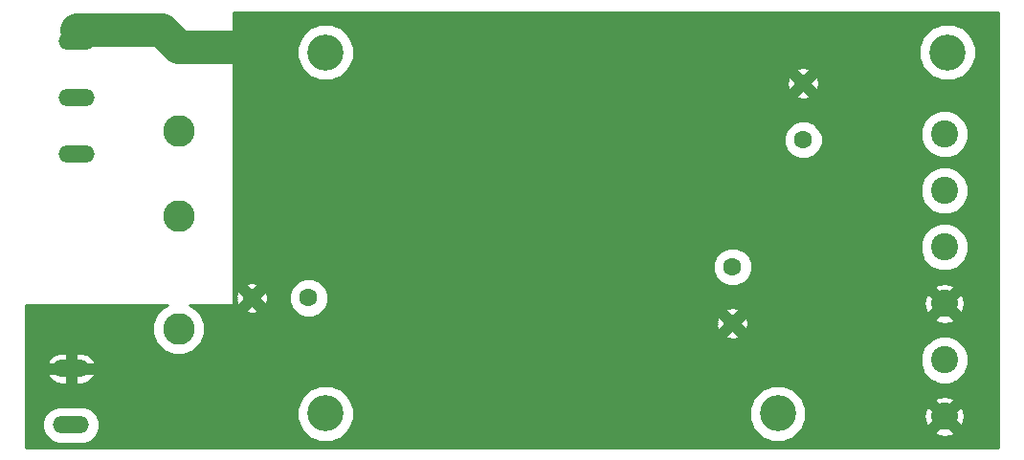
<source format=gbl>
G04 (created by PCBNEW-RS274X (2010-03-14)-final) date Tue 10 Jan 2012 23:21:23 GMT*
G01*
G70*
G90*
%MOIN*%
G04 Gerber Fmt 3.4, Leading zero omitted, Abs format*
%FSLAX34Y34*%
G04 APERTURE LIST*
%ADD10C,0.006000*%
%ADD11C,0.063000*%
%ADD12C,0.094500*%
%ADD13O,0.126000X0.059100*%
%ADD14C,0.126000*%
%ADD15C,0.110200*%
%ADD16C,0.059100*%
%ADD17C,0.118100*%
%ADD18C,0.039400*%
%ADD19C,0.010000*%
G04 APERTURE END LIST*
G54D10*
G54D11*
X56496Y-31103D03*
X56496Y-33072D03*
X58957Y-26673D03*
X58957Y-24704D03*
X41732Y-32185D03*
X39763Y-32185D03*
G54D12*
X63878Y-26477D03*
X63878Y-28446D03*
X63878Y-30414D03*
X63878Y-32383D03*
X63878Y-34351D03*
X63878Y-36320D03*
G54D13*
X33465Y-36615D03*
X33465Y-34646D03*
G54D14*
X42323Y-23622D03*
X63976Y-23622D03*
G54D13*
X33661Y-23229D03*
X33661Y-25198D03*
X33661Y-27166D03*
G54D14*
X58071Y-36220D03*
X42323Y-36220D03*
G54D15*
X37205Y-33267D03*
X37205Y-29330D03*
X37205Y-26377D03*
X37205Y-23424D03*
G54D16*
X60039Y-30118D03*
X60039Y-35335D03*
X39961Y-25787D03*
X42224Y-25787D03*
X56594Y-34547D03*
X58169Y-29921D03*
X56496Y-29626D03*
X43110Y-30709D03*
X44488Y-25787D03*
G54D17*
X39172Y-23424D02*
X39173Y-23425D01*
X37205Y-23424D02*
X39172Y-23424D01*
G54D18*
X33661Y-23229D02*
X33661Y-22835D01*
G54D17*
X37203Y-23424D02*
X36614Y-22835D01*
X36614Y-22835D02*
X33661Y-22835D01*
X37203Y-23424D02*
X37205Y-23424D01*
G54D19*
X39125Y-22240D02*
X65752Y-22240D01*
X39125Y-22320D02*
X65752Y-22320D01*
X39125Y-22400D02*
X65752Y-22400D01*
X39125Y-22480D02*
X65752Y-22480D01*
X39125Y-22560D02*
X65752Y-22560D01*
X39125Y-22640D02*
X42095Y-22640D01*
X42554Y-22640D02*
X63748Y-22640D01*
X64207Y-22640D02*
X65752Y-22640D01*
X39125Y-22720D02*
X41901Y-22720D01*
X42746Y-22720D02*
X63554Y-22720D01*
X64399Y-22720D02*
X65752Y-22720D01*
X39125Y-22800D02*
X41738Y-22800D01*
X42908Y-22800D02*
X63391Y-22800D01*
X64561Y-22800D02*
X65752Y-22800D01*
X39125Y-22880D02*
X41658Y-22880D01*
X42988Y-22880D02*
X63311Y-22880D01*
X64641Y-22880D02*
X65752Y-22880D01*
X39125Y-22960D02*
X41578Y-22960D01*
X43068Y-22960D02*
X63231Y-22960D01*
X64721Y-22960D02*
X65752Y-22960D01*
X39125Y-23040D02*
X41498Y-23040D01*
X43148Y-23040D02*
X63151Y-23040D01*
X64801Y-23040D02*
X65752Y-23040D01*
X39125Y-23120D02*
X41455Y-23120D01*
X43193Y-23120D02*
X63108Y-23120D01*
X64846Y-23120D02*
X65752Y-23120D01*
X39125Y-23200D02*
X41421Y-23200D01*
X43226Y-23200D02*
X63074Y-23200D01*
X64879Y-23200D02*
X65752Y-23200D01*
X39125Y-23280D02*
X41388Y-23280D01*
X43259Y-23280D02*
X63041Y-23280D01*
X64912Y-23280D02*
X65752Y-23280D01*
X39125Y-23360D02*
X41355Y-23360D01*
X43292Y-23360D02*
X63008Y-23360D01*
X64945Y-23360D02*
X65752Y-23360D01*
X39125Y-23440D02*
X41328Y-23440D01*
X43318Y-23440D02*
X62981Y-23440D01*
X64971Y-23440D02*
X65752Y-23440D01*
X39125Y-23520D02*
X41328Y-23520D01*
X43318Y-23520D02*
X62981Y-23520D01*
X64971Y-23520D02*
X65752Y-23520D01*
X39125Y-23600D02*
X41328Y-23600D01*
X43318Y-23600D02*
X62981Y-23600D01*
X64971Y-23600D02*
X65752Y-23600D01*
X39125Y-23680D02*
X41328Y-23680D01*
X43318Y-23680D02*
X62981Y-23680D01*
X64971Y-23680D02*
X65752Y-23680D01*
X39125Y-23760D02*
X41328Y-23760D01*
X43318Y-23760D02*
X62981Y-23760D01*
X64971Y-23760D02*
X65752Y-23760D01*
X39125Y-23840D02*
X41336Y-23840D01*
X43310Y-23840D02*
X62989Y-23840D01*
X64963Y-23840D02*
X65752Y-23840D01*
X39125Y-23920D02*
X41369Y-23920D01*
X43276Y-23920D02*
X63022Y-23920D01*
X64929Y-23920D02*
X65752Y-23920D01*
X39125Y-24000D02*
X41402Y-24000D01*
X43243Y-24000D02*
X63055Y-24000D01*
X64896Y-24000D02*
X65752Y-24000D01*
X39125Y-24080D02*
X41435Y-24080D01*
X43210Y-24080D02*
X63088Y-24080D01*
X64863Y-24080D02*
X65752Y-24080D01*
X39125Y-24160D02*
X41468Y-24160D01*
X43176Y-24160D02*
X58841Y-24160D01*
X59059Y-24160D02*
X63121Y-24160D01*
X64829Y-24160D02*
X65752Y-24160D01*
X39125Y-24240D02*
X41534Y-24240D01*
X43112Y-24240D02*
X58730Y-24240D01*
X59185Y-24240D02*
X63187Y-24240D01*
X64765Y-24240D02*
X65752Y-24240D01*
X39125Y-24320D02*
X41614Y-24320D01*
X43032Y-24320D02*
X58781Y-24320D01*
X59133Y-24320D02*
X63267Y-24320D01*
X64685Y-24320D02*
X65752Y-24320D01*
X39125Y-24400D02*
X41694Y-24400D01*
X42952Y-24400D02*
X58861Y-24400D01*
X59053Y-24400D02*
X63347Y-24400D01*
X64605Y-24400D02*
X65752Y-24400D01*
X39125Y-24480D02*
X41795Y-24480D01*
X42852Y-24480D02*
X58484Y-24480D01*
X58525Y-24480D02*
X58941Y-24480D01*
X58973Y-24480D02*
X59389Y-24480D01*
X59431Y-24480D02*
X63448Y-24480D01*
X64505Y-24480D02*
X65752Y-24480D01*
X39125Y-24560D02*
X41987Y-24560D01*
X42658Y-24560D02*
X58421Y-24560D01*
X58605Y-24560D02*
X59309Y-24560D01*
X59496Y-24560D02*
X63640Y-24560D01*
X64311Y-24560D02*
X65752Y-24560D01*
X39125Y-24640D02*
X58407Y-24640D01*
X58685Y-24640D02*
X59229Y-24640D01*
X59512Y-24640D02*
X65752Y-24640D01*
X39125Y-24720D02*
X58393Y-24720D01*
X58733Y-24720D02*
X59181Y-24720D01*
X59515Y-24720D02*
X65752Y-24720D01*
X39125Y-24800D02*
X58408Y-24800D01*
X58653Y-24800D02*
X59261Y-24800D01*
X59501Y-24800D02*
X65752Y-24800D01*
X39125Y-24880D02*
X58424Y-24880D01*
X58573Y-24880D02*
X59341Y-24880D01*
X59488Y-24880D02*
X65752Y-24880D01*
X39125Y-24960D02*
X58909Y-24960D01*
X59005Y-24960D02*
X65752Y-24960D01*
X39125Y-25040D02*
X58829Y-25040D01*
X59085Y-25040D02*
X65752Y-25040D01*
X39125Y-25120D02*
X58749Y-25120D01*
X59165Y-25120D02*
X65752Y-25120D01*
X39125Y-25200D02*
X58742Y-25200D01*
X59171Y-25200D02*
X65752Y-25200D01*
X39125Y-25280D02*
X65752Y-25280D01*
X39125Y-25360D02*
X65752Y-25360D01*
X39125Y-25440D02*
X65752Y-25440D01*
X39125Y-25520D02*
X65752Y-25520D01*
X39125Y-25600D02*
X65752Y-25600D01*
X39125Y-25680D02*
X63615Y-25680D01*
X64141Y-25680D02*
X65752Y-25680D01*
X39125Y-25760D02*
X63421Y-25760D01*
X64333Y-25760D02*
X65752Y-25760D01*
X39125Y-25840D02*
X63332Y-25840D01*
X64425Y-25840D02*
X65752Y-25840D01*
X39125Y-25920D02*
X63252Y-25920D01*
X64505Y-25920D02*
X65752Y-25920D01*
X39125Y-26000D02*
X58806Y-26000D01*
X59110Y-26000D02*
X63172Y-26000D01*
X64585Y-26000D02*
X65752Y-26000D01*
X39125Y-26080D02*
X58611Y-26080D01*
X59302Y-26080D02*
X63137Y-26080D01*
X64620Y-26080D02*
X65752Y-26080D01*
X39125Y-26160D02*
X58509Y-26160D01*
X59406Y-26160D02*
X63104Y-26160D01*
X64653Y-26160D02*
X65752Y-26160D01*
X39125Y-26240D02*
X58429Y-26240D01*
X59486Y-26240D02*
X63071Y-26240D01*
X64686Y-26240D02*
X65752Y-26240D01*
X39125Y-26320D02*
X58368Y-26320D01*
X59548Y-26320D02*
X63041Y-26320D01*
X64715Y-26320D02*
X65752Y-26320D01*
X39125Y-26400D02*
X58335Y-26400D01*
X59581Y-26400D02*
X63041Y-26400D01*
X64715Y-26400D02*
X65752Y-26400D01*
X39125Y-26480D02*
X58301Y-26480D01*
X59614Y-26480D02*
X63041Y-26480D01*
X64715Y-26480D02*
X65752Y-26480D01*
X39125Y-26560D02*
X58277Y-26560D01*
X59637Y-26560D02*
X63041Y-26560D01*
X64715Y-26560D02*
X65752Y-26560D01*
X39125Y-26640D02*
X58277Y-26640D01*
X59637Y-26640D02*
X63041Y-26640D01*
X64715Y-26640D02*
X65752Y-26640D01*
X39125Y-26720D02*
X58277Y-26720D01*
X59637Y-26720D02*
X63072Y-26720D01*
X64683Y-26720D02*
X65752Y-26720D01*
X39125Y-26800D02*
X58277Y-26800D01*
X59637Y-26800D02*
X63105Y-26800D01*
X64649Y-26800D02*
X65752Y-26800D01*
X39125Y-26880D02*
X58306Y-26880D01*
X59607Y-26880D02*
X63138Y-26880D01*
X64616Y-26880D02*
X65752Y-26880D01*
X39125Y-26960D02*
X58339Y-26960D01*
X59573Y-26960D02*
X63177Y-26960D01*
X64578Y-26960D02*
X65752Y-26960D01*
X39125Y-27040D02*
X58372Y-27040D01*
X59540Y-27040D02*
X63257Y-27040D01*
X64498Y-27040D02*
X65752Y-27040D01*
X39125Y-27120D02*
X58442Y-27120D01*
X59471Y-27120D02*
X63337Y-27120D01*
X64418Y-27120D02*
X65752Y-27120D01*
X39125Y-27200D02*
X58522Y-27200D01*
X59391Y-27200D02*
X63437Y-27200D01*
X64320Y-27200D02*
X65752Y-27200D01*
X39125Y-27280D02*
X58646Y-27280D01*
X59269Y-27280D02*
X63629Y-27280D01*
X64126Y-27280D02*
X65752Y-27280D01*
X39125Y-27360D02*
X65752Y-27360D01*
X39125Y-27440D02*
X65752Y-27440D01*
X39125Y-27520D02*
X65752Y-27520D01*
X39125Y-27600D02*
X65752Y-27600D01*
X39125Y-27680D02*
X63540Y-27680D01*
X64216Y-27680D02*
X65752Y-27680D01*
X39125Y-27760D02*
X63381Y-27760D01*
X64376Y-27760D02*
X65752Y-27760D01*
X39125Y-27840D02*
X63301Y-27840D01*
X64456Y-27840D02*
X65752Y-27840D01*
X39125Y-27920D02*
X63221Y-27920D01*
X64536Y-27920D02*
X65752Y-27920D01*
X39125Y-28000D02*
X63158Y-28000D01*
X64600Y-28000D02*
X65752Y-28000D01*
X39125Y-28080D02*
X63124Y-28080D01*
X64633Y-28080D02*
X65752Y-28080D01*
X39125Y-28160D02*
X63091Y-28160D01*
X64666Y-28160D02*
X65752Y-28160D01*
X39125Y-28240D02*
X63058Y-28240D01*
X64699Y-28240D02*
X65752Y-28240D01*
X39125Y-28320D02*
X63041Y-28320D01*
X64715Y-28320D02*
X65752Y-28320D01*
X39125Y-28400D02*
X63041Y-28400D01*
X64715Y-28400D02*
X65752Y-28400D01*
X39125Y-28480D02*
X63041Y-28480D01*
X64715Y-28480D02*
X65752Y-28480D01*
X39125Y-28560D02*
X63041Y-28560D01*
X64715Y-28560D02*
X65752Y-28560D01*
X39125Y-28640D02*
X63052Y-28640D01*
X64703Y-28640D02*
X65752Y-28640D01*
X39125Y-28720D02*
X63085Y-28720D01*
X64670Y-28720D02*
X65752Y-28720D01*
X39125Y-28800D02*
X63118Y-28800D01*
X64637Y-28800D02*
X65752Y-28800D01*
X39125Y-28880D02*
X63151Y-28880D01*
X64603Y-28880D02*
X65752Y-28880D01*
X39125Y-28960D02*
X63208Y-28960D01*
X64547Y-28960D02*
X65752Y-28960D01*
X39125Y-29040D02*
X63288Y-29040D01*
X64467Y-29040D02*
X65752Y-29040D01*
X39125Y-29120D02*
X63368Y-29120D01*
X64387Y-29120D02*
X65752Y-29120D01*
X39125Y-29200D02*
X63511Y-29200D01*
X64245Y-29200D02*
X65752Y-29200D01*
X39125Y-29280D02*
X63703Y-29280D01*
X64051Y-29280D02*
X65752Y-29280D01*
X39125Y-29360D02*
X65752Y-29360D01*
X39125Y-29440D02*
X65752Y-29440D01*
X39125Y-29520D02*
X65752Y-29520D01*
X39125Y-29600D02*
X63656Y-29600D01*
X64101Y-29600D02*
X65752Y-29600D01*
X39125Y-29680D02*
X63463Y-29680D01*
X64293Y-29680D02*
X65752Y-29680D01*
X39125Y-29760D02*
X63349Y-29760D01*
X64408Y-29760D02*
X65752Y-29760D01*
X39125Y-29840D02*
X63269Y-29840D01*
X64488Y-29840D02*
X65752Y-29840D01*
X39125Y-29920D02*
X63189Y-29920D01*
X64568Y-29920D02*
X65752Y-29920D01*
X39125Y-30000D02*
X63144Y-30000D01*
X64613Y-30000D02*
X65752Y-30000D01*
X39125Y-30080D02*
X63111Y-30080D01*
X64646Y-30080D02*
X65752Y-30080D01*
X39125Y-30160D02*
X63078Y-30160D01*
X64679Y-30160D02*
X65752Y-30160D01*
X39125Y-30240D02*
X63044Y-30240D01*
X64712Y-30240D02*
X65752Y-30240D01*
X39125Y-30320D02*
X63041Y-30320D01*
X64715Y-30320D02*
X65752Y-30320D01*
X39125Y-30400D02*
X63041Y-30400D01*
X64715Y-30400D02*
X65752Y-30400D01*
X39125Y-30480D02*
X56223Y-30480D01*
X56769Y-30480D02*
X63041Y-30480D01*
X64715Y-30480D02*
X65752Y-30480D01*
X39125Y-30560D02*
X56078Y-30560D01*
X56915Y-30560D02*
X63041Y-30560D01*
X64715Y-30560D02*
X65752Y-30560D01*
X39125Y-30640D02*
X55998Y-30640D01*
X56995Y-30640D02*
X63065Y-30640D01*
X64690Y-30640D02*
X65752Y-30640D01*
X39125Y-30720D02*
X55920Y-30720D01*
X57074Y-30720D02*
X63098Y-30720D01*
X64657Y-30720D02*
X65752Y-30720D01*
X39125Y-30800D02*
X55886Y-30800D01*
X57107Y-30800D02*
X63131Y-30800D01*
X64623Y-30800D02*
X65752Y-30800D01*
X39125Y-30880D02*
X55853Y-30880D01*
X57140Y-30880D02*
X63164Y-30880D01*
X64590Y-30880D02*
X65752Y-30880D01*
X39125Y-30960D02*
X55819Y-30960D01*
X57173Y-30960D02*
X63240Y-30960D01*
X64515Y-30960D02*
X65752Y-30960D01*
X39125Y-31040D02*
X55816Y-31040D01*
X57176Y-31040D02*
X63320Y-31040D01*
X64435Y-31040D02*
X65752Y-31040D01*
X39125Y-31120D02*
X55816Y-31120D01*
X57176Y-31120D02*
X63400Y-31120D01*
X64355Y-31120D02*
X65752Y-31120D01*
X39125Y-31200D02*
X55816Y-31200D01*
X57176Y-31200D02*
X63588Y-31200D01*
X64167Y-31200D02*
X65752Y-31200D01*
X39125Y-31280D02*
X55833Y-31280D01*
X57158Y-31280D02*
X65752Y-31280D01*
X39125Y-31360D02*
X55866Y-31360D01*
X57125Y-31360D02*
X65752Y-31360D01*
X39125Y-31440D02*
X55899Y-31440D01*
X57092Y-31440D02*
X65752Y-31440D01*
X39125Y-31520D02*
X41561Y-31520D01*
X41904Y-31520D02*
X55951Y-31520D01*
X57040Y-31520D02*
X65752Y-31520D01*
X39125Y-31600D02*
X41367Y-31600D01*
X42096Y-31600D02*
X56031Y-31600D01*
X56960Y-31600D02*
X65752Y-31600D01*
X39125Y-31680D02*
X39552Y-31680D01*
X39975Y-31680D02*
X41276Y-31680D01*
X42189Y-31680D02*
X56113Y-31680D01*
X56880Y-31680D02*
X63794Y-31680D01*
X63979Y-31680D02*
X65752Y-31680D01*
X39125Y-31760D02*
X39546Y-31760D01*
X39980Y-31760D02*
X41196Y-31760D01*
X42269Y-31760D02*
X56304Y-31760D01*
X56686Y-31760D02*
X63563Y-31760D01*
X64194Y-31760D02*
X65752Y-31760D01*
X39125Y-31840D02*
X39626Y-31840D01*
X39900Y-31840D02*
X41140Y-31840D01*
X42326Y-31840D02*
X63543Y-31840D01*
X64213Y-31840D02*
X65752Y-31840D01*
X39125Y-31920D02*
X39706Y-31920D01*
X39820Y-31920D02*
X41106Y-31920D01*
X42359Y-31920D02*
X63623Y-31920D01*
X64133Y-31920D02*
X65752Y-31920D01*
X39125Y-32000D02*
X39234Y-32000D01*
X39370Y-32000D02*
X40156Y-32000D01*
X40294Y-32000D02*
X41073Y-32000D01*
X42392Y-32000D02*
X63703Y-32000D01*
X64053Y-32000D02*
X65752Y-32000D01*
X39125Y-32080D02*
X39220Y-32080D01*
X39450Y-32080D02*
X40076Y-32080D01*
X40310Y-32080D02*
X41052Y-32080D01*
X42412Y-32080D02*
X63233Y-32080D01*
X63367Y-32080D02*
X63783Y-32080D01*
X63973Y-32080D02*
X64389Y-32080D01*
X64524Y-32080D02*
X65752Y-32080D01*
X39125Y-32160D02*
X39206Y-32160D01*
X39530Y-32160D02*
X39996Y-32160D01*
X40326Y-32160D02*
X41052Y-32160D01*
X42412Y-32160D02*
X63204Y-32160D01*
X63447Y-32160D02*
X63863Y-32160D01*
X63893Y-32160D02*
X64309Y-32160D01*
X64558Y-32160D02*
X65752Y-32160D01*
X39125Y-32240D02*
X39206Y-32240D01*
X39500Y-32240D02*
X40026Y-32240D01*
X40314Y-32240D02*
X41052Y-32240D01*
X42412Y-32240D02*
X63185Y-32240D01*
X63527Y-32240D02*
X64229Y-32240D01*
X64572Y-32240D02*
X65752Y-32240D01*
X39125Y-32320D02*
X39222Y-32320D01*
X39420Y-32320D02*
X40106Y-32320D01*
X40301Y-32320D02*
X41052Y-32320D01*
X42412Y-32320D02*
X63167Y-32320D01*
X63607Y-32320D02*
X64149Y-32320D01*
X64585Y-32320D02*
X65752Y-32320D01*
X39125Y-32400D02*
X39267Y-32400D01*
X39340Y-32400D02*
X39756Y-32400D01*
X39770Y-32400D02*
X40186Y-32400D01*
X40258Y-32400D02*
X41084Y-32400D01*
X42379Y-32400D02*
X63163Y-32400D01*
X63653Y-32400D02*
X64103Y-32400D01*
X64599Y-32400D02*
X65752Y-32400D01*
X31886Y-32480D02*
X36715Y-32480D01*
X37696Y-32480D02*
X39676Y-32480D01*
X39850Y-32480D02*
X41117Y-32480D01*
X42345Y-32480D02*
X63177Y-32480D01*
X63573Y-32480D02*
X64183Y-32480D01*
X64581Y-32480D02*
X65752Y-32480D01*
X31886Y-32560D02*
X36619Y-32560D01*
X37792Y-32560D02*
X39596Y-32560D01*
X39930Y-32560D02*
X41150Y-32560D01*
X42312Y-32560D02*
X56288Y-32560D01*
X56705Y-32560D02*
X63190Y-32560D01*
X63493Y-32560D02*
X64263Y-32560D01*
X64563Y-32560D02*
X65752Y-32560D01*
X31886Y-32640D02*
X36539Y-32640D01*
X37872Y-32640D02*
X39531Y-32640D01*
X39994Y-32640D02*
X41225Y-32640D01*
X42238Y-32640D02*
X56272Y-32640D01*
X56720Y-32640D02*
X63204Y-32640D01*
X63413Y-32640D02*
X63829Y-32640D01*
X63927Y-32640D02*
X64343Y-32640D01*
X64544Y-32640D02*
X65752Y-32640D01*
X31886Y-32720D02*
X36459Y-32720D01*
X37952Y-32720D02*
X39608Y-32720D01*
X39924Y-32720D02*
X41305Y-32720D01*
X42158Y-32720D02*
X56352Y-32720D01*
X56640Y-32720D02*
X63293Y-32720D01*
X63333Y-32720D02*
X63749Y-32720D01*
X64007Y-32720D02*
X64423Y-32720D01*
X64462Y-32720D02*
X65752Y-32720D01*
X31886Y-32800D02*
X36409Y-32800D01*
X38002Y-32800D02*
X41440Y-32800D01*
X42024Y-32800D02*
X56432Y-32800D01*
X56560Y-32800D02*
X63669Y-32800D01*
X64087Y-32800D02*
X65752Y-32800D01*
X31886Y-32880D02*
X36375Y-32880D01*
X38035Y-32880D02*
X55968Y-32880D01*
X56096Y-32880D02*
X56896Y-32880D01*
X57025Y-32880D02*
X63589Y-32880D01*
X64167Y-32880D02*
X65752Y-32880D01*
X31886Y-32960D02*
X36342Y-32960D01*
X38068Y-32960D02*
X55954Y-32960D01*
X56176Y-32960D02*
X56816Y-32960D01*
X57041Y-32960D02*
X63537Y-32960D01*
X64219Y-32960D02*
X65752Y-32960D01*
X31886Y-33040D02*
X36309Y-33040D01*
X38101Y-33040D02*
X55941Y-33040D01*
X56256Y-33040D02*
X56736Y-33040D01*
X57057Y-33040D02*
X63581Y-33040D01*
X64174Y-33040D02*
X65752Y-33040D01*
X31886Y-33120D02*
X36290Y-33120D01*
X38120Y-33120D02*
X55938Y-33120D01*
X56240Y-33120D02*
X56752Y-33120D01*
X57049Y-33120D02*
X65752Y-33120D01*
X31886Y-33200D02*
X36290Y-33200D01*
X38120Y-33200D02*
X55954Y-33200D01*
X56160Y-33200D02*
X56832Y-33200D01*
X57035Y-33200D02*
X65752Y-33200D01*
X31886Y-33280D02*
X36290Y-33280D01*
X38120Y-33280D02*
X55983Y-33280D01*
X56080Y-33280D02*
X56496Y-33280D01*
X56496Y-33280D02*
X56912Y-33280D01*
X57008Y-33280D02*
X65752Y-33280D01*
X31886Y-33360D02*
X36290Y-33360D01*
X38120Y-33360D02*
X56416Y-33360D01*
X56576Y-33360D02*
X65752Y-33360D01*
X31886Y-33440D02*
X36290Y-33440D01*
X38120Y-33440D02*
X56336Y-33440D01*
X56656Y-33440D02*
X65752Y-33440D01*
X31886Y-33520D02*
X36319Y-33520D01*
X38090Y-33520D02*
X56261Y-33520D01*
X56730Y-33520D02*
X63697Y-33520D01*
X64060Y-33520D02*
X65752Y-33520D01*
X31886Y-33600D02*
X36352Y-33600D01*
X38057Y-33600D02*
X56300Y-33600D01*
X56692Y-33600D02*
X63504Y-33600D01*
X64252Y-33600D02*
X65752Y-33600D01*
X31886Y-33680D02*
X36385Y-33680D01*
X38024Y-33680D02*
X63365Y-33680D01*
X64391Y-33680D02*
X65752Y-33680D01*
X31886Y-33760D02*
X36419Y-33760D01*
X37990Y-33760D02*
X63286Y-33760D01*
X64471Y-33760D02*
X65752Y-33760D01*
X31886Y-33840D02*
X36484Y-33840D01*
X37925Y-33840D02*
X63206Y-33840D01*
X64551Y-33840D02*
X65752Y-33840D01*
X31886Y-33920D02*
X36564Y-33920D01*
X37845Y-33920D02*
X63152Y-33920D01*
X64606Y-33920D02*
X65752Y-33920D01*
X31886Y-34000D02*
X36644Y-34000D01*
X37765Y-34000D02*
X63118Y-34000D01*
X64639Y-34000D02*
X65752Y-34000D01*
X31886Y-34080D02*
X36777Y-34080D01*
X37632Y-34080D02*
X63085Y-34080D01*
X64672Y-34080D02*
X65752Y-34080D01*
X31886Y-34160D02*
X32890Y-34160D01*
X33318Y-34160D02*
X33612Y-34160D01*
X34041Y-34160D02*
X36969Y-34160D01*
X37439Y-34160D02*
X63052Y-34160D01*
X64705Y-34160D02*
X65752Y-34160D01*
X31886Y-34240D02*
X32779Y-34240D01*
X33318Y-34240D02*
X33612Y-34240D01*
X34152Y-34240D02*
X63041Y-34240D01*
X64715Y-34240D02*
X65752Y-34240D01*
X31886Y-34320D02*
X32701Y-34320D01*
X33318Y-34320D02*
X33612Y-34320D01*
X34230Y-34320D02*
X63041Y-34320D01*
X64715Y-34320D02*
X65752Y-34320D01*
X31886Y-34400D02*
X32648Y-34400D01*
X33318Y-34400D02*
X33612Y-34400D01*
X34283Y-34400D02*
X63041Y-34400D01*
X64715Y-34400D02*
X65752Y-34400D01*
X31886Y-34480D02*
X32661Y-34480D01*
X33318Y-34480D02*
X33612Y-34480D01*
X34268Y-34480D02*
X63041Y-34480D01*
X64715Y-34480D02*
X65752Y-34480D01*
X31886Y-34560D02*
X63058Y-34560D01*
X64697Y-34560D02*
X65752Y-34560D01*
X31886Y-34640D02*
X63091Y-34640D01*
X64664Y-34640D02*
X65752Y-34640D01*
X31886Y-34720D02*
X63124Y-34720D01*
X64630Y-34720D02*
X65752Y-34720D01*
X31886Y-34800D02*
X32667Y-34800D01*
X33318Y-34800D02*
X33612Y-34800D01*
X34264Y-34800D02*
X63157Y-34800D01*
X64597Y-34800D02*
X65752Y-34800D01*
X31886Y-34880D02*
X32639Y-34880D01*
X33318Y-34880D02*
X33612Y-34880D01*
X34290Y-34880D02*
X63223Y-34880D01*
X64532Y-34880D02*
X65752Y-34880D01*
X31886Y-34960D02*
X32692Y-34960D01*
X33318Y-34960D02*
X33612Y-34960D01*
X34237Y-34960D02*
X63303Y-34960D01*
X64452Y-34960D02*
X65752Y-34960D01*
X31886Y-35040D02*
X32761Y-35040D01*
X33318Y-35040D02*
X33612Y-35040D01*
X34168Y-35040D02*
X63383Y-35040D01*
X64372Y-35040D02*
X65752Y-35040D01*
X31886Y-35120D02*
X32872Y-35120D01*
X33318Y-35120D02*
X33612Y-35120D01*
X34057Y-35120D02*
X63547Y-35120D01*
X64208Y-35120D02*
X65752Y-35120D01*
X31886Y-35200D02*
X65752Y-35200D01*
X31886Y-35280D02*
X41993Y-35280D01*
X42655Y-35280D02*
X57741Y-35280D01*
X58403Y-35280D02*
X65752Y-35280D01*
X31886Y-35360D02*
X41799Y-35360D01*
X42847Y-35360D02*
X57547Y-35360D01*
X58595Y-35360D02*
X65752Y-35360D01*
X31886Y-35440D02*
X41696Y-35440D01*
X42950Y-35440D02*
X57444Y-35440D01*
X58698Y-35440D02*
X65752Y-35440D01*
X31886Y-35520D02*
X41616Y-35520D01*
X43030Y-35520D02*
X57364Y-35520D01*
X58778Y-35520D02*
X65752Y-35520D01*
X31886Y-35600D02*
X41536Y-35600D01*
X43110Y-35600D02*
X57284Y-35600D01*
X58858Y-35600D02*
X63895Y-35600D01*
X63905Y-35600D02*
X65752Y-35600D01*
X31886Y-35680D02*
X41471Y-35680D01*
X43177Y-35680D02*
X57219Y-35680D01*
X58925Y-35680D02*
X63572Y-35680D01*
X64184Y-35680D02*
X65752Y-35680D01*
X31886Y-35760D02*
X41437Y-35760D01*
X43210Y-35760D02*
X57185Y-35760D01*
X58958Y-35760D02*
X63528Y-35760D01*
X64229Y-35760D02*
X65752Y-35760D01*
X31886Y-35840D02*
X41404Y-35840D01*
X43243Y-35840D02*
X57152Y-35840D01*
X58991Y-35840D02*
X63606Y-35840D01*
X64150Y-35840D02*
X65752Y-35840D01*
X31886Y-35920D02*
X41371Y-35920D01*
X43276Y-35920D02*
X57119Y-35920D01*
X59024Y-35920D02*
X63686Y-35920D01*
X64070Y-35920D02*
X65752Y-35920D01*
X31886Y-36000D02*
X32906Y-36000D01*
X34025Y-36000D02*
X41337Y-36000D01*
X43309Y-36000D02*
X57085Y-36000D01*
X59057Y-36000D02*
X63264Y-36000D01*
X63350Y-36000D02*
X63766Y-36000D01*
X63990Y-36000D02*
X64406Y-36000D01*
X64493Y-36000D02*
X65752Y-36000D01*
X31886Y-36080D02*
X32731Y-36080D01*
X34199Y-36080D02*
X41328Y-36080D01*
X43318Y-36080D02*
X57076Y-36080D01*
X59066Y-36080D02*
X63208Y-36080D01*
X63430Y-36080D02*
X63846Y-36080D01*
X63910Y-36080D02*
X64326Y-36080D01*
X64555Y-36080D02*
X65752Y-36080D01*
X31886Y-36160D02*
X32651Y-36160D01*
X34279Y-36160D02*
X41328Y-36160D01*
X43318Y-36160D02*
X57076Y-36160D01*
X59066Y-36160D02*
X63189Y-36160D01*
X63510Y-36160D02*
X64246Y-36160D01*
X64569Y-36160D02*
X65752Y-36160D01*
X31886Y-36240D02*
X32571Y-36240D01*
X34359Y-36240D02*
X41328Y-36240D01*
X43318Y-36240D02*
X57076Y-36240D01*
X59066Y-36240D02*
X63171Y-36240D01*
X63590Y-36240D02*
X64166Y-36240D01*
X64582Y-36240D02*
X65752Y-36240D01*
X31886Y-36320D02*
X32534Y-36320D01*
X34398Y-36320D02*
X41328Y-36320D01*
X43318Y-36320D02*
X57076Y-36320D01*
X59066Y-36320D02*
X63160Y-36320D01*
X63670Y-36320D02*
X64086Y-36320D01*
X64596Y-36320D02*
X65752Y-36320D01*
X31886Y-36400D02*
X32500Y-36400D01*
X34431Y-36400D02*
X41328Y-36400D01*
X43318Y-36400D02*
X57076Y-36400D01*
X59066Y-36400D02*
X63174Y-36400D01*
X63590Y-36400D02*
X64166Y-36400D01*
X64585Y-36400D02*
X65752Y-36400D01*
X31886Y-36480D02*
X32467Y-36480D01*
X34464Y-36480D02*
X41353Y-36480D01*
X43292Y-36480D02*
X57101Y-36480D01*
X59040Y-36480D02*
X63187Y-36480D01*
X63510Y-36480D02*
X64246Y-36480D01*
X64567Y-36480D02*
X65752Y-36480D01*
X31886Y-36560D02*
X32464Y-36560D01*
X34466Y-36560D02*
X41386Y-36560D01*
X43259Y-36560D02*
X57134Y-36560D01*
X59007Y-36560D02*
X63201Y-36560D01*
X63430Y-36560D02*
X63846Y-36560D01*
X63910Y-36560D02*
X64326Y-36560D01*
X64548Y-36560D02*
X65752Y-36560D01*
X31886Y-36640D02*
X32464Y-36640D01*
X34466Y-36640D02*
X41420Y-36640D01*
X43225Y-36640D02*
X57168Y-36640D01*
X58973Y-36640D02*
X63263Y-36640D01*
X63350Y-36640D02*
X63766Y-36640D01*
X63990Y-36640D02*
X64406Y-36640D01*
X64492Y-36640D02*
X65752Y-36640D01*
X31886Y-36720D02*
X32464Y-36720D01*
X34466Y-36720D02*
X41453Y-36720D01*
X43192Y-36720D02*
X57201Y-36720D01*
X58940Y-36720D02*
X63686Y-36720D01*
X64070Y-36720D02*
X65752Y-36720D01*
X31886Y-36800D02*
X32487Y-36800D01*
X34442Y-36800D02*
X41496Y-36800D01*
X43150Y-36800D02*
X57244Y-36800D01*
X58898Y-36800D02*
X63606Y-36800D01*
X64150Y-36800D02*
X65752Y-36800D01*
X31886Y-36880D02*
X32520Y-36880D01*
X34409Y-36880D02*
X41576Y-36880D01*
X43070Y-36880D02*
X57324Y-36880D01*
X58818Y-36880D02*
X63527Y-36880D01*
X64228Y-36880D02*
X65752Y-36880D01*
X31886Y-36960D02*
X32553Y-36960D01*
X34376Y-36960D02*
X41656Y-36960D01*
X42990Y-36960D02*
X57404Y-36960D01*
X58738Y-36960D02*
X63572Y-36960D01*
X64184Y-36960D02*
X65752Y-36960D01*
X31886Y-37040D02*
X32621Y-37040D01*
X34309Y-37040D02*
X41736Y-37040D01*
X42910Y-37040D02*
X57484Y-37040D01*
X58658Y-37040D02*
X63851Y-37040D01*
X63861Y-37040D02*
X65752Y-37040D01*
X31886Y-37120D02*
X32701Y-37120D01*
X34229Y-37120D02*
X41895Y-37120D01*
X42750Y-37120D02*
X57643Y-37120D01*
X58498Y-37120D02*
X65752Y-37120D01*
X31886Y-37200D02*
X32832Y-37200D01*
X34097Y-37200D02*
X42087Y-37200D01*
X42556Y-37200D02*
X57835Y-37200D01*
X58304Y-37200D02*
X65752Y-37200D01*
X31886Y-37280D02*
X65752Y-37280D01*
X31886Y-37360D02*
X65752Y-37360D01*
X65752Y-37405D02*
X65752Y-22240D01*
X39125Y-22240D01*
X39125Y-32432D01*
X37580Y-32432D01*
X37724Y-32492D01*
X37981Y-32750D01*
X38120Y-33086D01*
X38120Y-33450D01*
X37980Y-33786D01*
X37722Y-34043D01*
X37386Y-34182D01*
X37022Y-34182D01*
X36686Y-34042D01*
X36429Y-33784D01*
X36290Y-33448D01*
X36290Y-33084D01*
X36430Y-32748D01*
X36688Y-32491D01*
X36830Y-32432D01*
X31886Y-32432D01*
X31886Y-37405D01*
X32982Y-37405D01*
X32982Y-37262D01*
X32744Y-37163D01*
X32562Y-36981D01*
X32464Y-36743D01*
X32464Y-36486D01*
X32563Y-36248D01*
X32745Y-36066D01*
X32983Y-35968D01*
X33110Y-35968D01*
X33110Y-35191D01*
X32903Y-35142D01*
X32730Y-35017D01*
X32635Y-34873D01*
X32670Y-34793D01*
X32670Y-34499D01*
X32635Y-34419D01*
X32730Y-34275D01*
X32903Y-34150D01*
X33110Y-34101D01*
X33318Y-34101D01*
X33318Y-34499D01*
X32670Y-34499D01*
X32670Y-34793D01*
X33318Y-34793D01*
X33318Y-35191D01*
X33110Y-35191D01*
X33110Y-35968D01*
X33612Y-35968D01*
X33612Y-35191D01*
X33612Y-34793D01*
X33612Y-34499D01*
X33612Y-34101D01*
X33820Y-34101D01*
X34027Y-34150D01*
X34200Y-34275D01*
X34295Y-34419D01*
X34260Y-34499D01*
X33612Y-34499D01*
X33612Y-34793D01*
X34260Y-34793D01*
X34295Y-34873D01*
X34200Y-35017D01*
X34027Y-35142D01*
X33820Y-35191D01*
X33612Y-35191D01*
X33612Y-35968D01*
X33948Y-35968D01*
X34186Y-36067D01*
X34368Y-36249D01*
X34466Y-36487D01*
X34466Y-36744D01*
X34367Y-36982D01*
X34185Y-37164D01*
X33947Y-37262D01*
X32982Y-37262D01*
X32982Y-37405D01*
X39319Y-37405D01*
X39319Y-32421D01*
X39236Y-32387D01*
X39199Y-32201D01*
X39236Y-31983D01*
X39319Y-31949D01*
X39555Y-32185D01*
X39319Y-32421D01*
X39319Y-37405D01*
X39779Y-37405D01*
X39779Y-32749D01*
X39561Y-32712D01*
X39527Y-32629D01*
X39763Y-32393D01*
X39763Y-31977D01*
X39527Y-31741D01*
X39561Y-31658D01*
X39747Y-31621D01*
X39965Y-31658D01*
X39999Y-31741D01*
X39763Y-31977D01*
X39763Y-32393D01*
X39999Y-32629D01*
X39965Y-32712D01*
X39779Y-32749D01*
X39779Y-37405D01*
X40207Y-37405D01*
X40207Y-32421D01*
X39971Y-32185D01*
X40207Y-31949D01*
X40290Y-31983D01*
X40327Y-32169D01*
X40290Y-32387D01*
X40207Y-32421D01*
X40207Y-37405D01*
X42124Y-37405D01*
X42124Y-37215D01*
X41759Y-37063D01*
X41479Y-36783D01*
X41328Y-36417D01*
X41328Y-36021D01*
X41480Y-35656D01*
X41596Y-35540D01*
X41596Y-32865D01*
X41347Y-32761D01*
X41155Y-32570D01*
X41052Y-32320D01*
X41052Y-32049D01*
X41156Y-31800D01*
X41347Y-31608D01*
X41597Y-31505D01*
X41868Y-31505D01*
X42117Y-31609D01*
X42124Y-31615D01*
X42124Y-24617D01*
X41759Y-24465D01*
X41479Y-24185D01*
X41328Y-23819D01*
X41328Y-23423D01*
X41480Y-23058D01*
X41760Y-22778D01*
X42126Y-22627D01*
X42522Y-22627D01*
X42887Y-22779D01*
X43167Y-23059D01*
X43318Y-23425D01*
X43318Y-23821D01*
X43166Y-24186D01*
X42886Y-24466D01*
X42520Y-24617D01*
X42124Y-24617D01*
X42124Y-31615D01*
X42309Y-31800D01*
X42412Y-32050D01*
X42412Y-32321D01*
X42308Y-32570D01*
X42117Y-32762D01*
X41867Y-32865D01*
X41596Y-32865D01*
X41596Y-35540D01*
X41760Y-35376D01*
X42126Y-35225D01*
X42522Y-35225D01*
X42887Y-35377D01*
X43167Y-35657D01*
X43318Y-36023D01*
X43318Y-36419D01*
X43166Y-36784D01*
X42886Y-37064D01*
X42520Y-37215D01*
X42124Y-37215D01*
X42124Y-37405D01*
X56052Y-37405D01*
X56052Y-33308D01*
X55969Y-33274D01*
X55932Y-33088D01*
X55969Y-32870D01*
X56052Y-32836D01*
X56288Y-33072D01*
X56052Y-33308D01*
X56052Y-37405D01*
X56512Y-37405D01*
X56512Y-33636D01*
X56360Y-33610D01*
X56294Y-33599D01*
X56260Y-33516D01*
X56496Y-33280D01*
X56496Y-32864D01*
X56260Y-32628D01*
X56294Y-32545D01*
X56360Y-32531D01*
X56360Y-31783D01*
X56111Y-31679D01*
X55919Y-31488D01*
X55816Y-31238D01*
X55816Y-30967D01*
X55920Y-30718D01*
X56111Y-30526D01*
X56361Y-30423D01*
X56632Y-30423D01*
X56881Y-30527D01*
X57073Y-30718D01*
X57176Y-30968D01*
X57176Y-31239D01*
X57072Y-31488D01*
X56881Y-31680D01*
X56631Y-31783D01*
X56360Y-31783D01*
X56360Y-32531D01*
X56480Y-32508D01*
X56698Y-32545D01*
X56732Y-32628D01*
X56496Y-32864D01*
X56496Y-33280D01*
X56732Y-33516D01*
X56698Y-33599D01*
X56512Y-33636D01*
X56512Y-37405D01*
X56940Y-37405D01*
X56940Y-33308D01*
X56704Y-33072D01*
X56940Y-32836D01*
X57023Y-32870D01*
X57060Y-33056D01*
X57023Y-33274D01*
X56940Y-33308D01*
X56940Y-37405D01*
X57872Y-37405D01*
X57872Y-37215D01*
X57507Y-37063D01*
X57227Y-36783D01*
X57076Y-36417D01*
X57076Y-36021D01*
X57228Y-35656D01*
X57508Y-35376D01*
X57874Y-35225D01*
X58270Y-35225D01*
X58635Y-35377D01*
X58821Y-35563D01*
X58821Y-27353D01*
X58572Y-27249D01*
X58380Y-27058D01*
X58277Y-26808D01*
X58277Y-26537D01*
X58381Y-26288D01*
X58513Y-26155D01*
X58513Y-24940D01*
X58430Y-24906D01*
X58393Y-24720D01*
X58430Y-24502D01*
X58513Y-24468D01*
X58749Y-24704D01*
X58513Y-24940D01*
X58513Y-26155D01*
X58572Y-26096D01*
X58822Y-25993D01*
X58973Y-25993D01*
X58973Y-25268D01*
X58755Y-25231D01*
X58721Y-25148D01*
X58957Y-24912D01*
X58957Y-24496D01*
X58721Y-24260D01*
X58755Y-24177D01*
X58941Y-24140D01*
X59159Y-24177D01*
X59193Y-24260D01*
X58957Y-24496D01*
X58957Y-24912D01*
X59193Y-25148D01*
X59159Y-25231D01*
X58973Y-25268D01*
X58973Y-25993D01*
X59093Y-25993D01*
X59342Y-26097D01*
X59401Y-26155D01*
X59401Y-24940D01*
X59165Y-24704D01*
X59401Y-24468D01*
X59484Y-24502D01*
X59521Y-24688D01*
X59484Y-24906D01*
X59401Y-24940D01*
X59401Y-26155D01*
X59534Y-26288D01*
X59637Y-26538D01*
X59637Y-26809D01*
X59533Y-27058D01*
X59342Y-27250D01*
X59092Y-27353D01*
X58821Y-27353D01*
X58821Y-35563D01*
X58915Y-35657D01*
X59066Y-36023D01*
X59066Y-36419D01*
X58914Y-36784D01*
X58634Y-37064D01*
X58268Y-37215D01*
X57872Y-37215D01*
X57872Y-37405D01*
X63319Y-37405D01*
X63319Y-36671D01*
X63220Y-36616D01*
X63204Y-36575D01*
X63157Y-36298D01*
X63220Y-36024D01*
X63319Y-35969D01*
X63670Y-36320D01*
X63319Y-36671D01*
X63319Y-37405D01*
X63856Y-37405D01*
X63856Y-37041D01*
X63711Y-37007D01*
X63582Y-36978D01*
X63527Y-36879D01*
X63878Y-36528D01*
X63878Y-36112D01*
X63527Y-35761D01*
X63582Y-35662D01*
X63623Y-35646D01*
X63711Y-35631D01*
X63711Y-35188D01*
X63404Y-35060D01*
X63168Y-34825D01*
X63041Y-34517D01*
X63041Y-34184D01*
X63169Y-33877D01*
X63319Y-33726D01*
X63319Y-32734D01*
X63220Y-32679D01*
X63204Y-32638D01*
X63157Y-32361D01*
X63220Y-32087D01*
X63319Y-32032D01*
X63670Y-32383D01*
X63319Y-32734D01*
X63319Y-33726D01*
X63404Y-33641D01*
X63711Y-33514D01*
X63856Y-33514D01*
X63856Y-33104D01*
X63711Y-33070D01*
X63582Y-33041D01*
X63527Y-32942D01*
X63878Y-32591D01*
X63878Y-32175D01*
X63527Y-31824D01*
X63582Y-31725D01*
X63623Y-31709D01*
X63711Y-31694D01*
X63711Y-31251D01*
X63404Y-31123D01*
X63168Y-30888D01*
X63041Y-30580D01*
X63041Y-30247D01*
X63169Y-29940D01*
X63404Y-29704D01*
X63711Y-29577D01*
X63711Y-29283D01*
X63404Y-29155D01*
X63168Y-28920D01*
X63041Y-28612D01*
X63041Y-28279D01*
X63169Y-27972D01*
X63404Y-27736D01*
X63711Y-27609D01*
X63711Y-27314D01*
X63404Y-27186D01*
X63168Y-26951D01*
X63041Y-26643D01*
X63041Y-26310D01*
X63169Y-26003D01*
X63404Y-25767D01*
X63712Y-25640D01*
X63777Y-25640D01*
X63777Y-24617D01*
X63412Y-24465D01*
X63132Y-24185D01*
X62981Y-23819D01*
X62981Y-23423D01*
X63133Y-23058D01*
X63413Y-22778D01*
X63779Y-22627D01*
X64175Y-22627D01*
X64540Y-22779D01*
X64820Y-23059D01*
X64971Y-23425D01*
X64971Y-23821D01*
X64819Y-24186D01*
X64539Y-24466D01*
X64173Y-24617D01*
X63777Y-24617D01*
X63777Y-25640D01*
X64045Y-25640D01*
X64352Y-25768D01*
X64588Y-26003D01*
X64715Y-26311D01*
X64715Y-26644D01*
X64587Y-26951D01*
X64352Y-27187D01*
X64044Y-27314D01*
X63711Y-27314D01*
X63711Y-27609D01*
X64045Y-27609D01*
X64352Y-27737D01*
X64588Y-27972D01*
X64715Y-28280D01*
X64715Y-28613D01*
X64587Y-28920D01*
X64352Y-29156D01*
X64044Y-29283D01*
X63711Y-29283D01*
X63711Y-29577D01*
X64045Y-29577D01*
X64352Y-29705D01*
X64588Y-29940D01*
X64715Y-30248D01*
X64715Y-30581D01*
X64587Y-30888D01*
X64352Y-31124D01*
X64044Y-31251D01*
X63711Y-31251D01*
X63711Y-31694D01*
X63900Y-31662D01*
X64174Y-31725D01*
X64229Y-31824D01*
X63878Y-32175D01*
X63878Y-32591D01*
X64229Y-32942D01*
X64174Y-33041D01*
X64133Y-33057D01*
X63856Y-33104D01*
X63856Y-33514D01*
X64045Y-33514D01*
X64352Y-33642D01*
X64437Y-33726D01*
X64437Y-32734D01*
X64086Y-32383D01*
X64437Y-32032D01*
X64536Y-32087D01*
X64552Y-32128D01*
X64599Y-32405D01*
X64536Y-32679D01*
X64437Y-32734D01*
X64437Y-33726D01*
X64588Y-33877D01*
X64715Y-34185D01*
X64715Y-34518D01*
X64587Y-34825D01*
X64352Y-35061D01*
X64044Y-35188D01*
X63711Y-35188D01*
X63711Y-35631D01*
X63900Y-35599D01*
X64174Y-35662D01*
X64229Y-35761D01*
X63878Y-36112D01*
X63878Y-36528D01*
X64229Y-36879D01*
X64174Y-36978D01*
X64133Y-36994D01*
X63856Y-37041D01*
X63856Y-37405D01*
X64437Y-37405D01*
X64437Y-36671D01*
X64086Y-36320D01*
X64437Y-35969D01*
X64536Y-36024D01*
X64552Y-36065D01*
X64599Y-36342D01*
X64536Y-36616D01*
X64437Y-36671D01*
X64437Y-37405D01*
X65752Y-37405D01*
M02*

</source>
